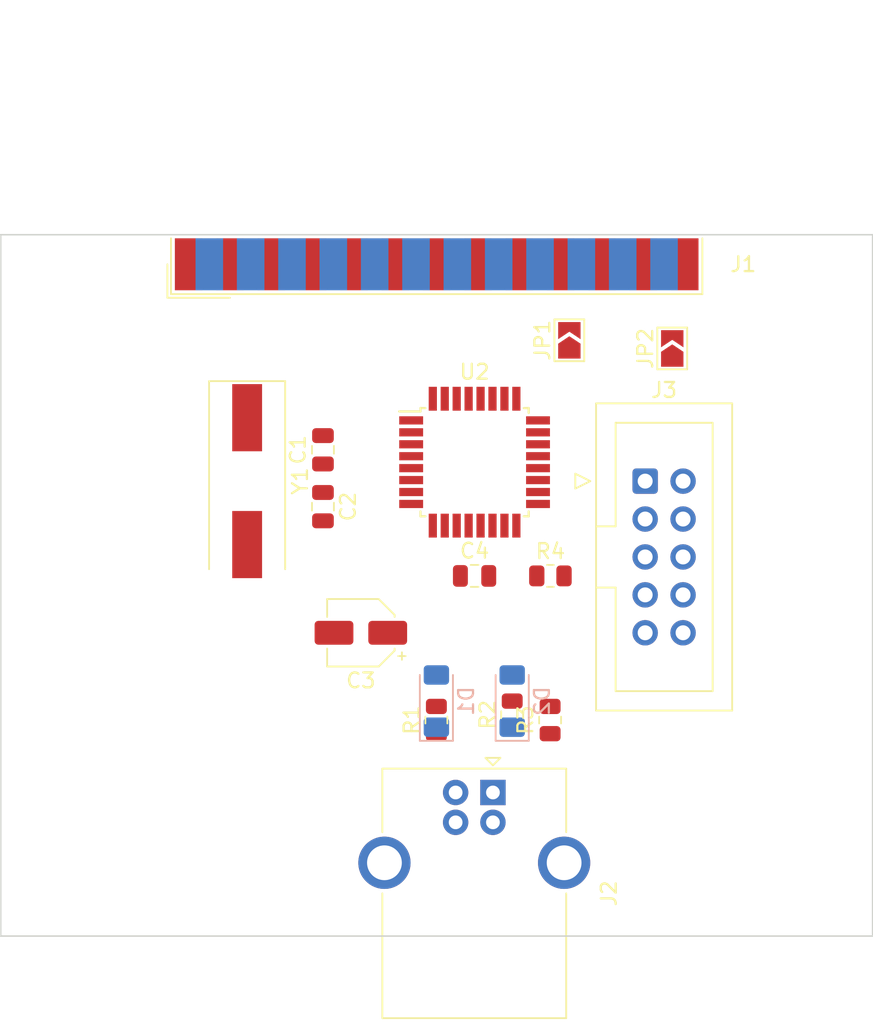
<source format=kicad_pcb>
(kicad_pcb (version 20221018) (generator pcbnew)
  (layers (0 "F.Cu" signal) (31 "B.Cu" signal) (34 "B.Paste" user) (35 "F.Paste" user) (36 "B.SilkS" user "B.Silkscreen") (37 "F.SilkS" user "F.Silkscreen") (38 "B.Mask" user) (39 "F.Mask" user) (44 "Edge.Cuts" user))
  (net 0 "")
  (net 1 "/GND")
  (net 2 "/VBUS")
  (net 3 "Net-(D1-K)")
  (net 4 "Net-(D2-K)")
  (net 5 "/nSTROBE")
  (net 6 "/D0")
  (net 7 "/D1")
  (net 8 "/D2")
  (net 9 "/D3")
  (net 10 "/D4")
  (net 11 "/D5")
  (net 12 "/D6")
  (net 13 "/D7")
  (net 14 "/ACK")
  (net 15 "/nBUSY")
  (net 16 "/PAPER_OUT")
  (net 17 "/SELECT")
  (net 18 "/nLINE_FEED")
  (net 19 "/ERROR")
  (net 20 "/RESET")
  (net 21 "/nSELECT_PRINTER")
  (net 22 "/MOSI")
  (net 24 "/AVR_RESET")
  (net 25 "/SCK")
  (net 26 "/MISO")
  (net 27 "/AVR_DP")
  (net 28 "/AVR_DM")
  (net 29 "Net-(U2-PB6{slash}XTAL1)")
  (net 30 "Net-(U2-PB7{slash}XTAL2)")
  (footprint "Capacitor_SMD:C_0805_2012Metric" (layer "F.Cu") (at 66.04 65.21 90)
    (fp_text reference "C1" (at 0 -1.68 90) (layer "F.SilkS"))
    (fp_text value "18pF")
    (fp_line (start -0.261252 -0.735) (end 0.261252 -0.735) (stroke (width 0.12)) (layer "F.SilkS"))
    (fp_line (start -0.261252 0.735) (end 0.261252 0.735) (stroke (width 0.12)) (layer "F.SilkS"))
    (pad "1" smd roundrect (at -0.95 0 90) (size 1 1.45) (layers "F.Cu" "F.Paste" "F.Mask") (net 1 "/GND"))
    (pad "2" smd roundrect (at 0.95 0 90) (size 1 1.45) (layers "F.Cu" "F.Paste" "F.Mask") (net 29 "Net-(U2-PB6{slash}XTAL1)"))
  )
  (footprint "Resistor_SMD:R_0805_2012Metric" (layer "F.Cu") (at 78.72 82.96 90)
    (fp_text reference "R2" (at 0 -1.65 90) (layer "F.SilkS"))
    (fp_text value "68")
    (fp_line (start -0.227064 -0.735) (end 0.227064 -0.735) (stroke (width 0.12)) (layer "F.SilkS"))
    (fp_line (start -0.227064 0.735) (end 0.227064 0.735) (stroke (width 0.12)) (layer "F.SilkS"))
    (pad "1" smd roundrect (at -0.9125 0 90) (size 1.025 1.4) (layers "F.Cu" "F.Paste" "F.Mask") (roundrect_rratio 0.243902) (net 4 "Net-(D2-K)"))
    (pad "2" smd roundrect (at 0.9125 0 90) (size 1.025 1.4) (layers "F.Cu" "F.Paste" "F.Mask") (roundrect_rratio 0.243902) (net 28 "/AVR_DM"))
  )
  (footprint "Connector_Dsub:DSUB-25_Female_EdgeMount_P2.77mm" (layer "F.Cu") (at 73.66 52.7825 180)
    (fp_text reference "J1" (at -20.543333 0) (layer "F.SilkS"))
    (fp_text value "DB25_Receptacle")
    (fp_line (start -17.803333 -2) (end -17.803333 1.74) (stroke (width 0.12)) (layer "F.SilkS"))
    (fp_line (start 17.803333 -2) (end -17.803333 -2) (stroke (width 0.12)) (layer "F.SilkS"))
    (fp_line (start 17.803333 1.74) (end 17.803333 -2) (stroke (width 0.12)) (layer "F.SilkS"))
    (fp_line (start 18.043333 -2.24) (end 13.85 -2.24) (stroke (width 0.12)) (layer "F.SilkS"))
    (fp_line (start 18.043333 0) (end 18.043333 -2.24) (stroke (width 0.12)) (layer "F.SilkS"))
    (pad "1" smd rect (at 16.62 0 180) (size 1.846667 3.48) (layers "F.Cu" "F.Paste" "F.Mask") (net 5 "/nSTROBE"))
    (pad "2" smd rect (at 13.85 0 180) (size 1.846667 3.48) (layers "F.Cu" "F.Paste" "F.Mask") (net 6 "/D0"))
    (pad "3" smd rect (at 11.08 0 180) (size 1.846667 3.48) (layers "F.Cu" "F.Paste" "F.Mask") (net 7 "/D1"))
    (pad "4" smd rect (at 8.31 0 180) (size 1.846667 3.48) (layers "F.Cu" "F.Paste" "F.Mask") (net 8 "/D2"))
    (pad "5" smd rect (at 5.54 0 180) (size 1.846667 3.48) (layers "F.Cu" "F.Paste" "F.Mask") (net 9 "/D3"))
    (pad "6" smd rect (at 2.77 0 180) (size 1.846667 3.48) (layers "F.Cu" "F.Paste" "F.Mask") (net 10 "/D4"))
    (pad "7" smd rect (at 0 0 180) (size 1.846667 3.48) (layers "F.Cu" "F.Paste" "F.Mask") (net 11 "/D5"))
    (pad "8" smd rect (at -2.77 0 180) (size 1.846667 3.48) (layers "F.Cu" "F.Paste" "F.Mask") (net 12 "/D6"))
    (pad "9" smd rect (at -5.54 0 180) (size 1.846667 3.48) (layers "F.Cu" "F.Paste" "F.Mask") (net 13 "/D7"))
    (pad "10" smd rect (at -8.31 0 180) (size 1.846667 3.48) (layers "F.Cu" "F.Paste" "F.Mask") (net 14 "/ACK"))
    (pad "11" smd rect (at -11.08 0 180) (size 1.846667 3.48) (layers "F.Cu" "F.Paste" "F.Mask") (net 15 "/nBUSY"))
    (pad "12" smd rect (at -13.85 0 180) (size 1.846667 3.48) (layers "F.Cu" "F.Paste" "F.Mask") (net 16 "/PAPER_OUT"))
    (pad "13" smd rect (at -16.62 0 180) (size 1.846667 3.48) (layers "F.Cu" "F.Paste" "F.Mask") (net 17 "/SELECT"))
    (pad "14" smd rect (at 15.235 0 180) (size 1.846667 3.48) (layers "B.Cu" "B.Paste" "B.Mask") (net 18 "/nLINE_FEED"))
    (pad "15" smd rect (at 12.465 0 180) (size 1.846667 3.48) (layers "B.Cu" "B.Paste" "B.Mask") (net 19 "/ERROR"))
    (pad "16" smd rect (at 9.695 0 180) (size 1.846667 3.48) (layers "B.Cu" "B.Paste" "B.Mask") (net 20 "/RESET"))
    (pad "17" smd rect (at 6.925 0 180) (size 1.846667 3.48) (layers "B.Cu" "B.Paste" "B.Mask") (net 21 "/nSELECT_PRINTER"))
    (pad "18" smd rect (at 4.155 0 180) (size 1.846667 3.48) (layers "B.Cu" "B.Paste" "B.Mask") (net 1 "/GND"))
    (pad "19" smd rect (at 1.385 0 180) (size 1.846667 3.48) (layers "B.Cu" "B.Paste" "B.Mask") (net 1 "/GND"))
    (pad "20" smd rect (at -1.385 0 180) (size 1.846667 3.48) (layers "B.Cu" "B.Paste" "B.Mask") (net 1 "/GND"))
    (pad "21" smd rect (at -4.155 0 180) (size 1.846667 3.48) (layers "B.Cu" "B.Paste" "B.Mask") (net 1 "/GND"))
    (pad "22" smd rect (at -6.925 0 180) (size 1.846667 3.48) (layers "B.Cu" "B.Paste" "B.Mask") (net 1 "/GND"))
    (pad "23" smd rect (at -9.695 0 180) (size 1.846667 3.48) (layers "B.Cu" "B.Paste" "B.Mask") (net 1 "/GND"))
    (pad "24" smd rect (at -12.465 0 180) (size 1.846667 3.48) (layers "B.Cu" "B.Paste" "B.Mask") (net 1 "/GND"))
    (pad "25" smd rect (at -15.235 0 180) (size 1.846667 3.48) (layers "B.Cu" "B.Paste" "B.Mask") (net 1 "/GND"))
  )
  (footprint "Capacitor_SMD:C_0805_2012Metric" (layer "F.Cu") (at 66.04 69.02 -90)
    (fp_text reference "C2" (at 0 -1.68 90) (layer "F.SilkS"))
    (fp_text value "18pF")
    (fp_line (start -0.261252 -0.735) (end 0.261252 -0.735) (stroke (width 0.12)) (layer "F.SilkS"))
    (fp_line (start -0.261252 0.735) (end 0.261252 0.735) (stroke (width 0.12)) (layer "F.SilkS"))
    (pad "1" smd roundrect (at -0.95 0 270) (size 1 1.45) (layers "F.Cu" "F.Paste" "F.Mask") (net 1 "/GND"))
    (pad "2" smd roundrect (at 0.95 0 270) (size 1 1.45) (layers "F.Cu" "F.Paste" "F.Mask") (net 30 "Net-(U2-PB7{slash}XTAL2)"))
  )
  (footprint "Capacitor_SMD:CP_Elec_4x5.4" (layer "F.Cu") (at 68.58 77.47 180)
    (fp_text reference "C3" (at 0 -3.2) (layer "F.SilkS"))
    (fp_text value "4.7uF")
    (fp_line (start -3 -1.56) (end -2.5 -1.56) (stroke (width 0.12)) (layer "F.SilkS"))
    (fp_line (start -2.75 -1.81) (end -2.75 -1.31) (stroke (width 0.12)) (layer "F.SilkS"))
    (fp_line (start -2.26 -1.195563) (end -2.26 -1.06) (stroke (width 0.12)) (layer "F.SilkS"))
    (fp_line (start -2.26 -1.195563) (end -1.195563 -2.26) (stroke (width 0.12)) (layer "F.SilkS"))
    (fp_line (start -2.26 1.195563) (end -2.26 1.06) (stroke (width 0.12)) (layer "F.SilkS"))
    (fp_line (start -2.26 1.195563) (end -1.195563 2.26) (stroke (width 0.12)) (layer "F.SilkS"))
    (fp_line (start -1.195563 -2.26) (end 2.26 -2.26) (stroke (width 0.12)) (layer "F.SilkS"))
    (fp_line (start -1.195563 2.26) (end 2.26 2.26) (stroke (width 0.12)) (layer "F.SilkS"))
    (fp_line (start 2.26 -2.26) (end 2.26 -1.06) (stroke (width 0.12)) (layer "F.SilkS"))
    (fp_line (start 2.26 2.26) (end 2.26 1.06) (stroke (width 0.12)) (layer "F.SilkS"))
    (pad "1" smd roundrect (at -1.8 0 180) (size 2.6 1.6) (layers "F.Cu" "F.Paste" "F.Mask") (roundrect_rratio 0.15625) (net 2 "/VBUS"))
    (pad "2" smd roundrect (at 1.8 0 180) (size 2.6 1.6) (layers "F.Cu" "F.Paste" "F.Mask") (roundrect_rratio 0.15625) (net 1 "/GND"))
  )
  (footprint "Connector_IDC:IDC-Header_2x05_P2.54mm_Vertical" (layer "F.Cu") (at 87.63 67.31)
    (fp_text reference "J3" (at 1.27 -6.1) (layer "F.SilkS"))
    (fp_text value "IDC10")
    (fp_line (start -4.68 -0.5) (end -4.68 0.5) (stroke (width 0.12)) (layer "F.SilkS"))
    (fp_line (start -4.68 0.5) (end -3.68 0) (stroke (width 0.12)) (layer "F.SilkS"))
    (fp_line (start -3.68 0) (end -4.68 -0.5) (stroke (width 0.12)) (layer "F.SilkS"))
    (fp_line (start -3.29 -5.21) (end 5.83 -5.21) (stroke (width 0.12)) (layer "F.SilkS"))
    (fp_line (start -3.29 3.03) (end -1.98 3.03) (stroke (width 0.12)) (layer "F.SilkS"))
    (fp_line (start -3.29 15.37) (end -3.29 -5.21) (stroke (width 0.12)) (layer "F.SilkS"))
    (fp_line (start -1.98 -3.91) (end 4.52 -3.91) (stroke (width 0.12)) (layer "F.SilkS"))
    (fp_line (start -1.98 3.03) (end -1.98 -3.91) (stroke (width 0.12)) (layer "F.SilkS"))
    (fp_line (start -1.98 7.13) (end -3.29 7.13) (stroke (width 0.12)) (layer "F.SilkS"))
    (fp_line (start -1.98 7.13) (end -1.98 7.13) (stroke (width 0.12)) (layer "F.SilkS"))
    (fp_line (start -1.98 14.07) (end -1.98 7.13) (stroke (width 0.12)) (layer "F.SilkS"))
    (fp_line (start 4.52 -3.91) (end 4.52 14.07) (stroke (width 0.12)) (layer "F.SilkS"))
    (fp_line (start 4.52 14.07) (end -1.98 14.07) (stroke (width 0.12)) (layer "F.SilkS"))
    (fp_line (start 5.83 -5.21) (end 5.83 15.37) (stroke (width 0.12)) (layer "F.SilkS"))
    (fp_line (start 5.83 15.37) (end -3.29 15.37) (stroke (width 0.12)) (layer "F.SilkS"))
    (pad "1" thru_hole roundrect (at 0 0) (size 1.7 1.7) (drill 1) (layers "*.Cu" "*.Mask") (roundrect_rratio 0.147059) (net 22 "/MOSI"))
    (pad "2" thru_hole circle (at 2.54 0) (size 1.7 1.7) (drill 1) (layers "*.Cu" "*.Mask") (net 2 "/VBUS"))
    (pad "3" thru_hole circle (at 0 2.54) (size 1.7 1.7) (drill 1) (layers "*.Cu" "*.Mask"))
    (pad "4" thru_hole circle (at 2.54 2.54) (size 1.7 1.7) (drill 1) (layers "*.Cu" "*.Mask") (net 1 "/GND"))
    (pad "5" thru_hole circle (at 0 5.08) (size 1.7 1.7) (drill 1) (layers "*.Cu" "*.Mask") (net 24 "/AVR_RESET"))
    (pad "6" thru_hole circle (at 2.54 5.08) (size 1.7 1.7) (drill 1) (layers "*.Cu" "*.Mask") (net 1 "/GND"))
    (pad "7" thru_hole circle (at 0 7.62) (size 1.7 1.7) (drill 1) (layers "*.Cu" "*.Mask") (net 25 "/SCK"))
    (pad "8" thru_hole circle (at 2.54 7.62) (size 1.7 1.7) (drill 1) (layers "*.Cu" "*.Mask") (net 1 "/GND"))
    (pad "9" thru_hole circle (at 0 10.16) (size 1.7 1.7) (drill 1) (layers "*.Cu" "*.Mask") (net 26 "/MISO"))
    (pad "10" thru_hole circle (at 2.54 10.16) (size 1.7 1.7) (drill 1) (layers "*.Cu" "*.Mask") (net 1 "/GND"))
  )
  (footprint "Capacitor_SMD:C_0805_2012Metric" (layer "F.Cu") (at 76.2 73.66)
    (fp_text reference "C4" (at 0 -1.68) (layer "F.SilkS"))
    (fp_text value "100nF")
    (fp_line (start -0.261252 -0.735) (end 0.261252 -0.735) (stroke (width 0.12)) (layer "F.SilkS"))
    (fp_line (start -0.261252 0.735) (end 0.261252 0.735) (stroke (width 0.12)) (layer "F.SilkS"))
    (pad "1" smd roundrect (at -0.95 0) (size 1 1.45) (layers "F.Cu" "F.Paste" "F.Mask") (net 1 "/GND"))
    (pad "2" smd roundrect (at 0.95 0) (size 1 1.45) (layers "F.Cu" "F.Paste" "F.Mask") (net 2 "/VBUS"))
  )
  (footprint "Resistor_SMD:R_0805_2012Metric" (layer "F.Cu") (at 81.26 83.3175 90)
    (fp_text reference "R3" (at 0 -1.65 90) (layer "F.SilkS"))
    (fp_text value "1.5k")
    (fp_line (start -0.227064 -0.735) (end 0.227064 -0.735) (stroke (width 0.12)) (layer "F.SilkS"))
    (fp_line (start -0.227064 0.735) (end 0.227064 0.735) (stroke (width 0.12)) (layer "F.SilkS"))
    (pad "1" smd roundrect (at -0.9125 0 90) (size 1.025 1.4) (layers "F.Cu" "F.Paste" "F.Mask") (roundrect_rratio 0.243902) (net 4 "Net-(D2-K)"))
    (pad "2" smd roundrect (at 0.9125 0 90) (size 1.025 1.4) (layers "F.Cu" "F.Paste" "F.Mask") (roundrect_rratio 0.243902) (net 2 "/VBUS"))
  )
  (footprint "Jumper:SolderJumper-2_P1.3mm_Open_TrianglePad1.0x1.5mm" (layer "F.Cu") (at 89.445 58.42 90)
    (fp_text reference "JP2" (at 0 -1.8 90) (layer "F.SilkS"))
    (fp_text value "~")
    (fp_line (start -1.4 -1) (end 1.4 -1) (stroke (width 0.12)) (layer "F.SilkS"))
    (fp_line (start -1.4 1) (end -1.4 -1) (stroke (width 0.12)) (layer "F.SilkS"))
    (fp_line (start 1.4 -1) (end 1.4 1) (stroke (width 0.12)) (layer "F.SilkS"))
    (fp_line (start 1.4 1) (end -1.4 1) (stroke (width 0.12)) (layer "F.SilkS"))
    (pad "1" smd custom (at -0.725 0 90) (size 0.3 0.3) (layers "F.Cu" "F.Mask") (net 25 "/SCK") (options (clearance outline) (anchor rect)) (primitives (gr_poly (pts (xy 1 0) (xy 0.5 0.75) (xy -0.5 0.75) (xy -0.5 -0.75) (xy 0.5 -0.75)) (width 0) (fill yes))))
    (pad "2" smd custom (at 0.725 0 90) (size 0.3 0.3) (layers "F.Cu" "F.Mask") (net 17 "/SELECT") (options (clearance outline) (anchor rect)) (primitives (gr_poly (pts (xy 0.5 0.75) (xy -0.65 0.75) (xy -0.15 0) (xy -0.65 -0.75) (xy 0.5 -0.75)) (width 0) (fill yes))))
  )
  (footprint "Package_QFP:TQFP-32_7x7mm_P0.8mm" (layer "F.Cu") (at 76.2 66.04)
    (fp_text reference "U2" (at 0 -6.05) (layer "F.SilkS"))
    (fp_text value "ATmega8A-A")
    (fp_line (start -3.625 -3.625) (end -3.625 -3.4) (stroke (width 0.15)) (layer "F.SilkS"))
    (fp_line (start -3.625 -3.625) (end -3.3 -3.625) (stroke (width 0.15)) (layer "F.SilkS"))
    (fp_line (start -3.625 -3.4) (end -5.05 -3.4) (stroke (width 0.15)) (layer "F.SilkS"))
    (fp_line (start -3.625 3.625) (end -3.625 3.3) (stroke (width 0.15)) (layer "F.SilkS"))
    (fp_line (start -3.625 3.625) (end -3.3 3.625) (stroke (width 0.15)) (layer "F.SilkS"))
    (fp_line (start 3.625 -3.625) (end 3.3 -3.625) (stroke (width 0.15)) (layer "F.SilkS"))
    (fp_line (start 3.625 -3.625) (end 3.625 -3.3) (stroke (width 0.15)) (layer "F.SilkS"))
    (fp_line (start 3.625 3.625) (end 3.3 3.625) (stroke (width 0.15)) (layer "F.SilkS"))
    (fp_line (start 3.625 3.625) (end 3.625 3.3) (stroke (width 0.15)) (layer "F.SilkS"))
    (pad "1" smd rect (at -4.25 -2.8) (size 1.6 0.55) (layers "F.Cu" "F.Paste" "F.Mask") (net 9 "/D3"))
    (pad "2" smd rect (at -4.25 -2) (size 1.6 0.55) (layers "F.Cu" "F.Paste" "F.Mask") (net 28 "/AVR_DM"))
    (pad "3" smd rect (at -4.25 -1.2) (size 1.6 0.55) (layers "F.Cu" "F.Paste" "F.Mask") (net 1 "/GND"))
    (pad "4" smd rect (at -4.25 -0.4) (size 1.6 0.55) (layers "F.Cu" "F.Paste" "F.Mask") (net 2 "/VBUS"))
    (pad "5" smd rect (at -4.25 0.4) (size 1.6 0.55) (layers "F.Cu" "F.Paste" "F.Mask") (net 1 "/GND"))
    (pad "6" smd rect (at -4.25 1.2) (size 1.6 0.55) (layers "F.Cu" "F.Paste" "F.Mask") (net 2 "/VBUS"))
    (pad "7" smd rect (at -4.25 2) (size 1.6 0.55) (layers "F.Cu" "F.Paste" "F.Mask") (net 29 "Net-(U2-PB6{slash}XTAL1)"))
    (pad "8" smd rect (at -4.25 2.8) (size 1.6 0.55) (layers "F.Cu" "F.Paste" "F.Mask") (net 30 "Net-(U2-PB7{slash}XTAL2)"))
    (pad "9" smd rect (at -2.8 4.25 90) (size 1.6 0.55) (layers "F.Cu" "F.Paste" "F.Mask") (net 8 "/D2"))
    (pad "10" smd rect (at -2 4.25 90) (size 1.6 0.55) (layers "F.Cu" "F.Paste" "F.Mask") (net 7 "/D1"))
    (pad "11" smd rect (at -1.2 4.25 90) (size 1.6 0.55) (layers "F.Cu" "F.Paste" "F.Mask") (net 6 "/D0"))
    (pad "12" smd rect (at -0.4 4.25 90) (size 1.6 0.55) (layers "F.Cu" "F.Paste" "F.Mask") (net 16 "/PAPER_OUT"))
    (pad "13" smd rect (at 0.4 4.25 90) (size 1.6 0.55) (layers "F.Cu" "F.Paste" "F.Mask") (net 15 "/nBUSY"))
    (pad "14" smd rect (at 1.2 4.25 90) (size 1.6 0.55) (layers "F.Cu" "F.Paste" "F.Mask") (net 21 "/nSELECT_PRINTER"))
    (pad "15" smd rect (at 2 4.25 90) (size 1.6 0.55) (layers "F.Cu" "F.Paste" "F.Mask") (net 22 "/MOSI"))
    (pad "16" smd rect (at 2.8 4.25 90) (size 1.6 0.55) (layers "F.Cu" "F.Paste" "F.Mask") (net 26 "/MISO"))
    (pad "17" smd rect (at 4.25 2.8) (size 1.6 0.55) (layers "F.Cu" "F.Paste" "F.Mask") (net 25 "/SCK"))
    (pad "18" smd rect (at 4.25 2) (size 1.6 0.55) (layers "F.Cu" "F.Paste" "F.Mask") (net 2 "/VBUS"))
    (pad "19" smd rect (at 4.25 1.2) (size 1.6 0.55) (layers "F.Cu" "F.Paste" "F.Mask"))
    (pad "20" smd rect (at 4.25 0.4) (size 1.6 0.55) (layers "F.Cu" "F.Paste" "F.Mask") (net 2 "/VBUS"))
    (pad "21" smd rect (at 4.25 -0.4) (size 1.6 0.55) (layers "F.Cu" "F.Paste" "F.Mask") (net 1 "/GND"))
    (pad "22" smd rect (at 4.25 -1.2) (size 1.6 0.55) (layers "F.Cu" "F.Paste" "F.Mask"))
    (pad "23" smd rect (at 4.25 -2) (size 1.6 0.55) (layers "F.Cu" "F.Paste" "F.Mask") (net 5 "/nSTROBE"))
    (pad "24" smd rect (at 4.25 -2.8) (size 1.6 0.55) (layers "F.Cu" "F.Paste" "F.Mask") (net 18 "/nLINE_FEED"))
    (pad "25" smd rect (at 2.8 -4.25 90) (size 1.6 0.55) (layers "F.Cu" "F.Paste" "F.Mask") (net 19 "/ERROR"))
    (pad "26" smd rect (at 2 -4.25 90) (size 1.6 0.55) (layers "F.Cu" "F.Paste" "F.Mask") (net 20 "/RESET"))
    (pad "27" smd rect (at 1.2 -4.25 90) (size 1.6 0.55) (layers "F.Cu" "F.Paste" "F.Mask") (net 13 "/D7"))
    (pad "28" smd rect (at 0.4 -4.25 90) (size 1.6 0.55) (layers "F.Cu" "F.Paste" "F.Mask") (net 12 "/D6"))
    (pad "29" smd rect (at -0.4 -4.25 90) (size 1.6 0.55) (layers "F.Cu" "F.Paste" "F.Mask") (net 24 "/AVR_RESET"))
    (pad "30" smd rect (at -1.2 -4.25 90) (size 1.6 0.55) (layers "F.Cu" "F.Paste" "F.Mask") (net 11 "/D5"))
    (pad "31" smd rect (at -2 -4.25 90) (size 1.6 0.55) (layers "F.Cu" "F.Paste" "F.Mask") (net 10 "/D4"))
    (pad "32" smd rect (at -2.8 -4.25 90) (size 1.6 0.55) (layers "F.Cu" "F.Paste" "F.Mask") (net 27 "/AVR_DP"))
  )
  (footprint "Resistor_SMD:R_0805_2012Metric" (layer "F.Cu") (at 81.28 73.66)
    (fp_text reference "R4" (at 0 -1.65) (layer "F.SilkS"))
    (fp_text value "4.7k")
    (fp_line (start -0.227064 -0.735) (end 0.227064 -0.735) (stroke (width 0.12)) (layer "F.SilkS"))
    (fp_line (start -0.227064 0.735) (end 0.227064 0.735) (stroke (width 0.12)) (layer "F.SilkS"))
    (pad "1" smd roundrect (at -0.9125 0) (size 1.025 1.4) (layers "F.Cu" "F.Paste" "F.Mask") (roundrect_rratio 0.243902) (net 24 "/AVR_RESET"))
    (pad "2" smd roundrect (at 0.9125 0) (size 1.025 1.4) (layers "F.Cu" "F.Paste" "F.Mask") (roundrect_rratio 0.243902) (net 2 "/VBUS"))
  )
  (footprint "Crystal:Crystal_SMD_HC49-SD" (layer "F.Cu") (at 60.96 67.31 -90)
    (fp_text reference "Y1" (at 0 -3.55 90) (layer "F.SilkS"))
    (fp_text value "16MHz")
    (fp_line (start -6.7 -2.55) (end -6.7 2.55) (stroke (width 0.12)) (layer "F.SilkS"))
    (fp_line (start -6.7 2.55) (end 5.9 2.55) (stroke (width 0.12)) (layer "F.SilkS"))
    (fp_line (start 5.9 -2.55) (end -6.7 -2.55) (stroke (width 0.12)) (layer "F.SilkS"))
    (pad "1" smd rect (at -4.25 0 270) (size 4.5 2) (layers "F.Cu" "F.Paste" "F.Mask") (net 29 "Net-(U2-PB6{slash}XTAL1)"))
    (pad "2" smd rect (at 4.25 0 270) (size 4.5 2) (layers "F.Cu" "F.Paste" "F.Mask") (net 30 "Net-(U2-PB7{slash}XTAL2)"))
  )
  (footprint "Resistor_SMD:R_0805_2012Metric" (layer "F.Cu") (at 73.64 83.3175 90)
    (fp_text reference "R1" (at 0 -1.65 90) (layer "F.SilkS"))
    (fp_text value "68")
    (fp_line (start -0.227064 -0.735) (end 0.227064 -0.735) (stroke (width 0.12)) (layer "F.SilkS"))
    (fp_line (start -0.227064 0.735) (end 0.227064 0.735) (stroke (width 0.12)) (layer "F.SilkS"))
    (pad "1" smd roundrect (at -0.9125 0 90) (size 1.025 1.4) (layers "F.Cu" "F.Paste" "F.Mask") (roundrect_rratio 0.243902) (net 3 "Net-(D1-K)"))
    (pad "2" smd roundrect (at 0.9125 0 90) (size 1.025 1.4) (layers "F.Cu" "F.Paste" "F.Mask") (roundrect_rratio 0.243902) (net 27 "/AVR_DP"))
  )
  (footprint "Jumper:SolderJumper-2_P1.3mm_Open_TrianglePad1.0x1.5mm" (layer "F.Cu") (at 82.55 57.875 90)
    (fp_text reference "JP1" (at 0 -1.8 90) (layer "F.SilkS"))
    (fp_text value "~")
    (fp_line (start -1.4 -1) (end 1.4 -1) (stroke (width 0.12)) (layer "F.SilkS"))
    (fp_line (start -1.4 1) (end -1.4 -1) (stroke (width 0.12)) (layer "F.SilkS"))
    (fp_line (start 1.4 -1) (end 1.4 1) (stroke (width 0.12)) (layer "F.SilkS"))
    (fp_line (start 1.4 1) (end -1.4 1) (stroke (width 0.12)) (layer "F.SilkS"))
    (pad "1" smd custom (at -0.725 0 90) (size 0.3 0.3) (layers "F.Cu" "F.Mask") (net 26 "/MISO") (options (clearance outline) (anchor rect)) (primitives (gr_poly (pts (xy 1 0) (xy 0.5 0.75) (xy -0.5 0.75) (xy -0.5 -0.75) (xy 0.5 -0.75)) (width 0) (fill yes))))
    (pad "2" smd custom (at 0.725 0 90) (size 0.3 0.3) (layers "F.Cu" "F.Mask") (net 14 "/ACK") (options (clearance outline) (anchor rect)) (primitives (gr_poly (pts (xy 0.5 0.75) (xy -0.65 0.75) (xy -0.15 0) (xy -0.65 -0.75) (xy 0.5 -0.75)) (width 0) (fill yes))))
  )
  (footprint "Connector_USB:USB_B_OST_USB-B1HSxx_Horizontal" (layer "F.Cu") (at 77.43 88.17 -90)
    (fp_text reference "J2" (at 6.76 -7.77 90) (layer "F.SilkS"))
    (fp_text value "USB_B")
    (fp_line (start -2.32 -0.5) (end -2.32 0.5) (stroke (width 0.12)) (layer "F.SilkS"))
    (fp_line (start -2.32 0.5) (end -1.82 0) (stroke (width 0.12)) (layer "F.SilkS"))
    (fp_line (start -1.82 0) (end -2.32 -0.5) (stroke (width 0.12)) (layer "F.SilkS"))
    (fp_line (start -1.6 -4.91) (end -1.6 7.41) (stroke (width 0.12)) (layer "F.SilkS"))
    (fp_line (start -1.6 7.41) (end 2.66 7.41) (stroke (width 0.12)) (layer "F.SilkS"))
    (fp_line (start 2.66 -4.91) (end -1.6 -4.91) (stroke (width 0.12)) (layer "F.SilkS"))
    (fp_line (start 6.76 -4.91) (end 15.12 -4.91) (stroke (width 0.12)) (layer "F.SilkS"))
    (fp_line (start 15.12 -4.91) (end 15.12 7.41) (stroke (width 0.12)) (layer "F.SilkS"))
    (fp_line (start 15.12 7.41) (end 6.76 7.41) (stroke (width 0.12)) (layer "F.SilkS"))
    (pad "1" thru_hole rect (at 0 0 270) (size 1.7 1.7) (drill 0.92) (layers "*.Cu" "*.Mask") (net 2 "/VBUS"))
    (pad "2" thru_hole circle (at 0 2.5 270) (size 1.7 1.7) (drill 0.92) (layers "*.Cu" "*.Mask") (net 4 "Net-(D2-K)"))
    (pad "3" thru_hole circle (at 2 2.5 270) (size 1.7 1.7) (drill 0.92) (layers "*.Cu" "*.Mask") (net 3 "Net-(D1-K)"))
    (pad "4" thru_hole circle (at 2 0 270) (size 1.7 1.7) (drill 0.92) (layers "*.Cu" "*.Mask") (net 1 "/GND"))
    (pad "5" thru_hole circle (at 4.71 -4.77 270) (size 3.5 3.5) (drill 2.33) (layers "*.Cu" "*.Mask") (net 1 "/GND"))
    (pad "5" thru_hole circle (at 4.71 7.27 270) (size 3.5 3.5) (drill 2.33) (layers "*.Cu" "*.Mask") (net 1 "/GND"))
  )
  (footprint "Diode_SMD:D_MiniMELF" (layer "B.Cu") (at 78.72 82.0475 90)
    (fp_text reference "D2" (at 0 2 90) (layer "B.SilkS") (effects (justify mirror)))
    (fp_text value "3.6")
    (fp_line (start -2.66 -1.11) (end 1.75 -1.11) (stroke (width 0.12)) (layer "B.SilkS"))
    (fp_line (start -2.66 1.11) (end -2.66 -1.11) (stroke (width 0.12)) (layer "B.SilkS"))
    (fp_line (start 1.75 1.11) (end -2.66 1.11) (stroke (width 0.12)) (layer "B.SilkS"))
    (pad "1" smd roundrect (at -1.75 0 90) (size 1.3 1.7) (layers "B.Cu" "B.Paste" "B.Mask") (roundrect_rratio 0.1923076923) (net 4 "Net-(D2-K)"))
    (pad "2" smd roundrect (at 1.75 0 90) (size 1.3 1.7) (layers "B.Cu" "B.Paste" "B.Mask") (roundrect_rratio 0.1923076923) (net 1 "/GND"))
  )
  (footprint "Diode_SMD:D_MiniMELF" (layer "B.Cu") (at 73.64 82.0475 90)
    (fp_text reference "D1" (at 0 2 90) (layer "B.SilkS") (effects (justify mirror)))
    (fp_text value "3.6")
    (fp_line (start -2.66 -1.11) (end 1.75 -1.11) (stroke (width 0.12)) (layer "B.SilkS"))
    (fp_line (start -2.66 1.11) (end -2.66 -1.11) (stroke (width 0.12)) (layer "B.SilkS"))
    (fp_line (start 1.75 1.11) (end -2.66 1.11) (stroke (width 0.12)) (layer "B.SilkS"))
    (pad "1" smd roundrect (at -1.75 0 90) (size 1.3 1.7) (layers "B.Cu" "B.Paste" "B.Mask") (roundrect_rratio 0.1923076923) (net 3 "Net-(D1-K)"))
    (pad "2" smd roundrect (at 1.75 0 90) (size 1.3 1.7) (layers "B.Cu" "B.Paste" "B.Mask") (roundrect_rratio 0.1923076923) (net 1 "/GND"))
  )
  (gr_line (start 44.45 97.79) (end 102.87 97.79) (stroke (width 0.1)) (layer "Edge.Cuts"))
  (gr_line (start 102.87 50.8) (end 44.45 50.8) (stroke (width 0.1)) (layer "Edge.Cuts"))
  (gr_line (start 102.87 97.79) (end 102.87 50.8) (stroke (width 0.1)) (layer "Edge.Cuts"))
  (gr_line (start 44.45 50.8) (end 44.45 97.79) (stroke (width 0.1)) (layer "Edge.Cuts"))
)
</source>
